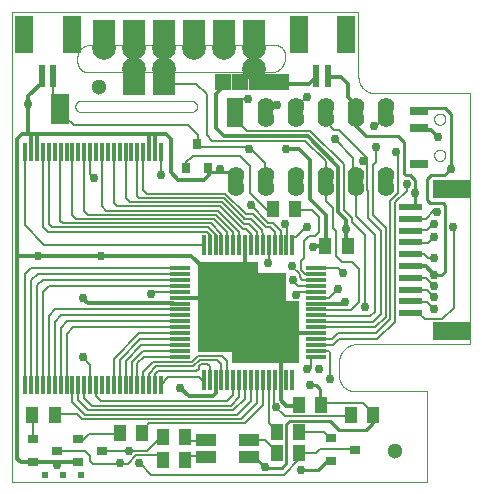
<source format=gtl>
G75*
%MOIN*%
%OFA0B0*%
%FSLAX25Y25*%
%IPPOS*%
%LPD*%
%AMOC8*
5,1,8,0,0,1.08239X$1,22.5*
%
%ADD10C,0.00394*%
%ADD11R,0.20079X0.29921*%
%ADD12R,0.07199X0.30701*%
%ADD13R,0.11424X0.30131*%
%ADD14R,0.13681X0.20523*%
%ADD15R,0.01984X0.02053*%
%ADD16R,0.01430X0.07041*%
%ADD17R,0.07041X0.01430*%
%ADD18R,0.01181X0.06443*%
%ADD19R,0.02361X0.02361*%
%ADD20R,0.05906X0.05906*%
%ADD21C,0.05118*%
%ADD22R,0.05512X0.05512*%
%ADD23C,0.05512*%
%ADD24R,0.04331X0.04331*%
%ADD25R,0.03500X0.03100*%
%ADD26R,0.04016X0.05512*%
%ADD27R,0.03100X0.03500*%
%ADD28R,0.06298X0.06298*%
%ADD29R,0.07480X0.07480*%
%ADD30R,0.06693X0.04134*%
%ADD31R,0.05906X0.02756*%
%ADD32C,0.00000*%
%ADD33C,0.07913*%
%ADD34C,0.00800*%
%ADD35C,0.00787*%
%ADD36C,0.01200*%
%ADD37C,0.02978*%
%ADD38C,0.01000*%
%ADD39C,0.00600*%
D10*
X0022784Y0008696D02*
X0160949Y0008696D01*
X0160949Y0038821D01*
X0136952Y0038821D01*
X0136810Y0038823D01*
X0136668Y0038829D01*
X0136526Y0038839D01*
X0136385Y0038852D01*
X0136244Y0038870D01*
X0136103Y0038891D01*
X0135963Y0038917D01*
X0135824Y0038946D01*
X0135686Y0038979D01*
X0135549Y0039016D01*
X0135413Y0039056D01*
X0135278Y0039100D01*
X0135144Y0039148D01*
X0135011Y0039200D01*
X0134880Y0039255D01*
X0134751Y0039314D01*
X0134623Y0039377D01*
X0134498Y0039443D01*
X0134373Y0039512D01*
X0134251Y0039585D01*
X0134131Y0039661D01*
X0134013Y0039740D01*
X0133898Y0039823D01*
X0133785Y0039908D01*
X0133674Y0039997D01*
X0133565Y0040089D01*
X0133459Y0040184D01*
X0133356Y0040282D01*
X0133256Y0040382D01*
X0133158Y0040485D01*
X0133063Y0040591D01*
X0132971Y0040700D01*
X0132882Y0040811D01*
X0132797Y0040924D01*
X0132714Y0041039D01*
X0132635Y0041157D01*
X0132559Y0041277D01*
X0132486Y0041400D01*
X0132417Y0041524D01*
X0132351Y0041649D01*
X0132288Y0041777D01*
X0132229Y0041906D01*
X0132174Y0042037D01*
X0132122Y0042170D01*
X0132074Y0042304D01*
X0132030Y0042439D01*
X0131990Y0042575D01*
X0131953Y0042712D01*
X0131920Y0042850D01*
X0131891Y0042989D01*
X0131865Y0043129D01*
X0131844Y0043270D01*
X0131826Y0043411D01*
X0131813Y0043552D01*
X0131803Y0043694D01*
X0131797Y0043836D01*
X0131795Y0043978D01*
X0131795Y0048540D01*
X0131797Y0048694D01*
X0131803Y0048848D01*
X0131813Y0049001D01*
X0131827Y0049154D01*
X0131844Y0049307D01*
X0131866Y0049459D01*
X0131892Y0049611D01*
X0131921Y0049762D01*
X0131955Y0049912D01*
X0131992Y0050062D01*
X0132033Y0050210D01*
X0132078Y0050357D01*
X0132127Y0050503D01*
X0132179Y0050648D01*
X0132235Y0050791D01*
X0132295Y0050933D01*
X0132358Y0051073D01*
X0132425Y0051211D01*
X0132496Y0051348D01*
X0132570Y0051483D01*
X0132648Y0051616D01*
X0132728Y0051747D01*
X0132813Y0051876D01*
X0132900Y0052002D01*
X0132991Y0052126D01*
X0133085Y0052248D01*
X0133182Y0052368D01*
X0133282Y0052484D01*
X0133385Y0052599D01*
X0133491Y0052710D01*
X0133600Y0052819D01*
X0133711Y0052925D01*
X0133826Y0053028D01*
X0133942Y0053128D01*
X0134062Y0053225D01*
X0134184Y0053319D01*
X0134308Y0053410D01*
X0134434Y0053497D01*
X0134563Y0053582D01*
X0134694Y0053662D01*
X0134827Y0053740D01*
X0134962Y0053814D01*
X0135099Y0053885D01*
X0135237Y0053952D01*
X0135377Y0054015D01*
X0135519Y0054075D01*
X0135662Y0054131D01*
X0135807Y0054183D01*
X0135953Y0054232D01*
X0136100Y0054277D01*
X0136248Y0054318D01*
X0136398Y0054355D01*
X0136548Y0054389D01*
X0136699Y0054418D01*
X0136851Y0054444D01*
X0137003Y0054466D01*
X0137156Y0054483D01*
X0137309Y0054497D01*
X0137462Y0054507D01*
X0137616Y0054513D01*
X0137770Y0054515D01*
X0137770Y0054516D02*
X0175455Y0054516D01*
X0175455Y0138091D01*
X0143886Y0138091D01*
X0143738Y0138093D01*
X0143590Y0138099D01*
X0143443Y0138108D01*
X0143296Y0138122D01*
X0143149Y0138139D01*
X0143002Y0138161D01*
X0142857Y0138186D01*
X0142712Y0138214D01*
X0142568Y0138247D01*
X0142424Y0138283D01*
X0142282Y0138324D01*
X0142141Y0138367D01*
X0142001Y0138415D01*
X0141862Y0138466D01*
X0141725Y0138521D01*
X0141589Y0138579D01*
X0141454Y0138641D01*
X0141322Y0138707D01*
X0141191Y0138775D01*
X0141062Y0138848D01*
X0140935Y0138923D01*
X0140810Y0139002D01*
X0140687Y0139084D01*
X0140566Y0139170D01*
X0140448Y0139258D01*
X0140332Y0139350D01*
X0140218Y0139444D01*
X0140107Y0139542D01*
X0139998Y0139642D01*
X0139892Y0139745D01*
X0139789Y0139851D01*
X0139689Y0139960D01*
X0139591Y0140071D01*
X0139497Y0140185D01*
X0139405Y0140301D01*
X0139317Y0140419D01*
X0139231Y0140540D01*
X0139149Y0140663D01*
X0139070Y0140788D01*
X0138995Y0140915D01*
X0138922Y0141044D01*
X0138854Y0141175D01*
X0138788Y0141307D01*
X0138726Y0141442D01*
X0138668Y0141578D01*
X0138613Y0141715D01*
X0138562Y0141854D01*
X0138514Y0141994D01*
X0138471Y0142135D01*
X0138430Y0142277D01*
X0138394Y0142421D01*
X0138361Y0142565D01*
X0138333Y0142710D01*
X0138308Y0142855D01*
X0138286Y0143002D01*
X0138269Y0143149D01*
X0138255Y0143296D01*
X0138246Y0143443D01*
X0138240Y0143591D01*
X0138238Y0143739D01*
X0138239Y0143739D02*
X0138239Y0165285D01*
X0022784Y0165285D01*
X0022784Y0008696D01*
X0045436Y0131992D02*
X0082738Y0131992D01*
X0082818Y0131994D01*
X0082897Y0132000D01*
X0082977Y0132009D01*
X0083055Y0132022D01*
X0083133Y0132039D01*
X0083210Y0132060D01*
X0083286Y0132084D01*
X0083361Y0132112D01*
X0083435Y0132144D01*
X0083506Y0132178D01*
X0083577Y0132217D01*
X0083645Y0132258D01*
X0083711Y0132303D01*
X0083775Y0132351D01*
X0083836Y0132402D01*
X0083895Y0132455D01*
X0083952Y0132512D01*
X0084005Y0132571D01*
X0084056Y0132632D01*
X0084104Y0132696D01*
X0084149Y0132762D01*
X0084190Y0132831D01*
X0084229Y0132901D01*
X0084263Y0132972D01*
X0084295Y0133046D01*
X0084323Y0133121D01*
X0084347Y0133197D01*
X0084368Y0133274D01*
X0084385Y0133352D01*
X0084398Y0133430D01*
X0084407Y0133510D01*
X0084413Y0133589D01*
X0084415Y0133669D01*
X0084413Y0133755D01*
X0084407Y0133841D01*
X0084398Y0133927D01*
X0084385Y0134013D01*
X0084368Y0134097D01*
X0084348Y0134181D01*
X0084323Y0134264D01*
X0084296Y0134346D01*
X0084264Y0134426D01*
X0084230Y0134505D01*
X0084191Y0134583D01*
X0084150Y0134659D01*
X0084105Y0134732D01*
X0084057Y0134804D01*
X0084006Y0134874D01*
X0083952Y0134941D01*
X0083895Y0135006D01*
X0083835Y0135068D01*
X0083773Y0135128D01*
X0083708Y0135185D01*
X0083641Y0135239D01*
X0083571Y0135290D01*
X0083499Y0135338D01*
X0083426Y0135383D01*
X0083350Y0135424D01*
X0083272Y0135463D01*
X0083193Y0135497D01*
X0083113Y0135529D01*
X0083031Y0135556D01*
X0082948Y0135581D01*
X0082864Y0135601D01*
X0082780Y0135618D01*
X0082694Y0135631D01*
X0082608Y0135640D01*
X0082522Y0135646D01*
X0082436Y0135648D01*
X0081529Y0135648D01*
X0081529Y0135647D01*
X0081528Y0135646D01*
X0081527Y0135646D01*
X0045655Y0135646D01*
X0045656Y0135646D02*
X0045573Y0135644D01*
X0045491Y0135638D01*
X0045409Y0135629D01*
X0045328Y0135616D01*
X0045247Y0135599D01*
X0045167Y0135578D01*
X0045088Y0135554D01*
X0045011Y0135526D01*
X0044934Y0135494D01*
X0044860Y0135459D01*
X0044787Y0135421D01*
X0044715Y0135379D01*
X0044646Y0135334D01*
X0044579Y0135286D01*
X0044515Y0135235D01*
X0044452Y0135180D01*
X0044393Y0135123D01*
X0044336Y0135064D01*
X0044281Y0135002D01*
X0044230Y0134937D01*
X0044182Y0134870D01*
X0044137Y0134801D01*
X0044095Y0134730D01*
X0044057Y0134657D01*
X0044022Y0134582D01*
X0043990Y0134506D01*
X0043962Y0134428D01*
X0043937Y0134350D01*
X0043917Y0134270D01*
X0043900Y0134189D01*
X0043886Y0134108D01*
X0043877Y0134026D01*
X0043871Y0133943D01*
X0043869Y0133861D01*
X0043869Y0133559D01*
X0043871Y0133482D01*
X0043877Y0133405D01*
X0043886Y0133329D01*
X0043899Y0133253D01*
X0043916Y0133178D01*
X0043936Y0133104D01*
X0043961Y0133031D01*
X0043988Y0132959D01*
X0044019Y0132889D01*
X0044054Y0132820D01*
X0044092Y0132753D01*
X0044133Y0132688D01*
X0044177Y0132626D01*
X0044225Y0132565D01*
X0044275Y0132507D01*
X0044328Y0132451D01*
X0044384Y0132398D01*
X0044442Y0132348D01*
X0044503Y0132300D01*
X0044565Y0132256D01*
X0044630Y0132215D01*
X0044697Y0132177D01*
X0044766Y0132142D01*
X0044836Y0132111D01*
X0044908Y0132084D01*
X0044981Y0132059D01*
X0045055Y0132039D01*
X0045130Y0132022D01*
X0045206Y0132009D01*
X0045282Y0132000D01*
X0045359Y0131994D01*
X0045436Y0131992D01*
X0048098Y0145156D02*
X0109088Y0145156D01*
X0109089Y0145156D02*
X0109224Y0145159D01*
X0109360Y0145165D01*
X0109495Y0145176D01*
X0109630Y0145190D01*
X0109764Y0145208D01*
X0109898Y0145230D01*
X0110031Y0145257D01*
X0110163Y0145286D01*
X0110294Y0145320D01*
X0110425Y0145358D01*
X0110554Y0145399D01*
X0110682Y0145444D01*
X0110808Y0145493D01*
X0110933Y0145545D01*
X0111057Y0145602D01*
X0111179Y0145661D01*
X0111299Y0145724D01*
X0111417Y0145791D01*
X0111533Y0145861D01*
X0111647Y0145934D01*
X0111759Y0146011D01*
X0111868Y0146091D01*
X0111976Y0146174D01*
X0112080Y0146260D01*
X0112183Y0146349D01*
X0112282Y0146441D01*
X0112379Y0146536D01*
X0112473Y0146634D01*
X0112564Y0146734D01*
X0112652Y0146837D01*
X0112738Y0146943D01*
X0112820Y0147051D01*
X0112899Y0147161D01*
X0112974Y0147273D01*
X0113047Y0147388D01*
X0113116Y0147505D01*
X0113181Y0147623D01*
X0113243Y0147744D01*
X0113302Y0147866D01*
X0113357Y0147990D01*
X0113408Y0148116D01*
X0113456Y0148243D01*
X0113500Y0148371D01*
X0113540Y0148501D01*
X0113576Y0148631D01*
X0113609Y0148763D01*
X0113638Y0148895D01*
X0113663Y0149029D01*
X0113684Y0149163D01*
X0113701Y0149297D01*
X0113714Y0149432D01*
X0113723Y0149567D01*
X0113729Y0149703D01*
X0113730Y0149839D01*
X0113729Y0149838D02*
X0113729Y0150957D01*
X0113727Y0151069D01*
X0113721Y0151180D01*
X0113712Y0151292D01*
X0113699Y0151403D01*
X0113681Y0151513D01*
X0113661Y0151623D01*
X0113636Y0151732D01*
X0113608Y0151840D01*
X0113576Y0151947D01*
X0113540Y0152053D01*
X0113501Y0152158D01*
X0113458Y0152261D01*
X0113412Y0152363D01*
X0113362Y0152463D01*
X0113309Y0152562D01*
X0113252Y0152658D01*
X0113193Y0152753D01*
X0113130Y0152845D01*
X0113064Y0152935D01*
X0112995Y0153023D01*
X0112923Y0153109D01*
X0112848Y0153192D01*
X0112770Y0153272D01*
X0112690Y0153350D01*
X0112607Y0153425D01*
X0112521Y0153497D01*
X0112433Y0153566D01*
X0112343Y0153632D01*
X0112251Y0153695D01*
X0112156Y0153754D01*
X0112060Y0153811D01*
X0111961Y0153864D01*
X0111861Y0153914D01*
X0111759Y0153960D01*
X0111656Y0154003D01*
X0111551Y0154042D01*
X0111445Y0154078D01*
X0111338Y0154110D01*
X0111230Y0154138D01*
X0111121Y0154163D01*
X0111011Y0154183D01*
X0110901Y0154201D01*
X0110790Y0154214D01*
X0110678Y0154223D01*
X0110567Y0154229D01*
X0110455Y0154231D01*
X0110455Y0154230D02*
X0048720Y0154230D01*
X0048592Y0154228D01*
X0048464Y0154222D01*
X0048337Y0154212D01*
X0048210Y0154199D01*
X0048083Y0154181D01*
X0047957Y0154159D01*
X0047831Y0154134D01*
X0047707Y0154105D01*
X0047583Y0154071D01*
X0047461Y0154035D01*
X0047339Y0153994D01*
X0047219Y0153949D01*
X0047101Y0153901D01*
X0046984Y0153850D01*
X0046868Y0153795D01*
X0046755Y0153736D01*
X0046643Y0153673D01*
X0046533Y0153608D01*
X0046425Y0153539D01*
X0046320Y0153466D01*
X0046217Y0153391D01*
X0046116Y0153312D01*
X0046017Y0153231D01*
X0045921Y0153146D01*
X0045828Y0153058D01*
X0045738Y0152968D01*
X0045650Y0152875D01*
X0045565Y0152779D01*
X0045484Y0152680D01*
X0045405Y0152579D01*
X0045330Y0152476D01*
X0045257Y0152371D01*
X0045188Y0152263D01*
X0045123Y0152153D01*
X0045060Y0152041D01*
X0045001Y0151928D01*
X0044946Y0151812D01*
X0044895Y0151695D01*
X0044847Y0151577D01*
X0044802Y0151457D01*
X0044761Y0151335D01*
X0044725Y0151213D01*
X0044691Y0151089D01*
X0044662Y0150965D01*
X0044637Y0150839D01*
X0044615Y0150713D01*
X0044597Y0150586D01*
X0044584Y0150459D01*
X0044574Y0150332D01*
X0044568Y0150204D01*
X0044566Y0150076D01*
X0044566Y0148688D01*
X0044568Y0148570D01*
X0044574Y0148452D01*
X0044584Y0148334D01*
X0044598Y0148217D01*
X0044615Y0148101D01*
X0044637Y0147984D01*
X0044662Y0147869D01*
X0044691Y0147755D01*
X0044725Y0147642D01*
X0044761Y0147529D01*
X0044802Y0147419D01*
X0044846Y0147309D01*
X0044894Y0147201D01*
X0044946Y0147095D01*
X0045001Y0146991D01*
X0045059Y0146888D01*
X0045121Y0146787D01*
X0045186Y0146689D01*
X0045254Y0146593D01*
X0045326Y0146499D01*
X0045401Y0146408D01*
X0045478Y0146319D01*
X0045559Y0146233D01*
X0045643Y0146149D01*
X0045729Y0146068D01*
X0045818Y0145991D01*
X0045909Y0145916D01*
X0046003Y0145844D01*
X0046099Y0145776D01*
X0046197Y0145711D01*
X0046298Y0145649D01*
X0046401Y0145591D01*
X0046505Y0145536D01*
X0046611Y0145484D01*
X0046719Y0145436D01*
X0046829Y0145392D01*
X0046939Y0145351D01*
X0047052Y0145315D01*
X0047165Y0145281D01*
X0047279Y0145252D01*
X0047394Y0145227D01*
X0047511Y0145205D01*
X0047627Y0145188D01*
X0047744Y0145174D01*
X0047862Y0145164D01*
X0047980Y0145158D01*
X0048098Y0145156D01*
D11*
X0094635Y0066964D03*
D12*
X0099783Y0063540D03*
D13*
X0108382Y0063256D03*
D14*
X0111759Y0058437D03*
D15*
X0045601Y0010894D03*
X0039897Y0010883D03*
X0033628Y0010886D03*
D16*
X0086686Y0042547D03*
X0088654Y0042547D03*
X0090623Y0042547D03*
X0092591Y0042547D03*
X0094560Y0042547D03*
X0096528Y0042547D03*
X0098497Y0042547D03*
X0100465Y0042547D03*
X0102434Y0042547D03*
X0104402Y0042547D03*
X0106371Y0042547D03*
X0108339Y0042547D03*
X0110308Y0042547D03*
X0112276Y0042547D03*
X0114245Y0042547D03*
X0116213Y0042547D03*
X0116213Y0087639D03*
X0114245Y0087639D03*
X0112276Y0087639D03*
X0110308Y0087639D03*
X0108339Y0087639D03*
X0106371Y0087639D03*
X0104402Y0087639D03*
X0102434Y0087639D03*
X0100465Y0087639D03*
X0098497Y0087639D03*
X0096528Y0087639D03*
X0094560Y0087639D03*
X0092591Y0087639D03*
X0090623Y0087639D03*
X0088654Y0087639D03*
X0086686Y0087639D03*
D17*
X0078904Y0079857D03*
X0078904Y0077888D03*
X0078904Y0075920D03*
X0078904Y0073951D03*
X0078904Y0071983D03*
X0078904Y0070014D03*
X0078904Y0068046D03*
X0078904Y0066077D03*
X0078904Y0064109D03*
X0078904Y0062140D03*
X0078904Y0060172D03*
X0078904Y0058203D03*
X0078904Y0056235D03*
X0078904Y0054266D03*
X0078904Y0052298D03*
X0078904Y0050329D03*
X0123995Y0050329D03*
X0123995Y0052298D03*
X0123995Y0054266D03*
X0123995Y0056235D03*
X0123995Y0058203D03*
X0123995Y0060172D03*
X0123995Y0062140D03*
X0123995Y0064109D03*
X0123995Y0066077D03*
X0123995Y0068046D03*
X0123995Y0070014D03*
X0123995Y0071983D03*
X0123995Y0073951D03*
X0123995Y0075920D03*
X0123995Y0077888D03*
X0123995Y0079857D03*
D18*
X0072426Y0118438D03*
X0070458Y0118438D03*
X0068489Y0118438D03*
X0066521Y0118438D03*
X0064552Y0118438D03*
X0062584Y0118438D03*
X0060615Y0118438D03*
X0058647Y0118438D03*
X0056678Y0118438D03*
X0054710Y0118438D03*
X0052741Y0118438D03*
X0050773Y0118438D03*
X0048804Y0118438D03*
X0046836Y0118438D03*
X0044867Y0118438D03*
X0042899Y0118438D03*
X0040930Y0118438D03*
X0038962Y0118438D03*
X0036993Y0118438D03*
X0035025Y0118438D03*
X0033056Y0118438D03*
X0031088Y0118438D03*
X0029119Y0118438D03*
X0027151Y0118438D03*
X0027151Y0040963D03*
X0029119Y0040963D03*
X0031088Y0040963D03*
X0033056Y0040963D03*
X0035025Y0040963D03*
X0036993Y0040963D03*
X0038962Y0040963D03*
X0040930Y0040963D03*
X0042899Y0040963D03*
X0044867Y0040963D03*
X0046836Y0040963D03*
X0048804Y0040963D03*
X0050773Y0040963D03*
X0052741Y0040963D03*
X0054710Y0040963D03*
X0056678Y0040963D03*
X0058647Y0040963D03*
X0060615Y0040963D03*
X0062584Y0040963D03*
X0064552Y0040963D03*
X0066521Y0040963D03*
X0068489Y0040963D03*
X0070458Y0040963D03*
X0072426Y0040963D03*
D19*
X0152763Y0064833D03*
X0154535Y0064833D03*
X0156306Y0064833D03*
X0158274Y0064833D03*
X0158282Y0068769D03*
X0156314Y0068769D03*
X0154543Y0068769D03*
X0152771Y0068769D03*
X0152763Y0072713D03*
X0154535Y0072713D03*
X0156306Y0072713D03*
X0158274Y0072713D03*
X0158278Y0076651D03*
X0156311Y0076651D03*
X0154539Y0076651D03*
X0152767Y0076651D03*
X0152763Y0080585D03*
X0154534Y0080585D03*
X0156306Y0080585D03*
X0158274Y0080585D03*
X0158278Y0084526D03*
X0156310Y0084526D03*
X0154538Y0084526D03*
X0152767Y0084526D03*
X0152775Y0088461D03*
X0154546Y0088461D03*
X0156318Y0088461D03*
X0158286Y0088461D03*
X0158278Y0092405D03*
X0156310Y0092405D03*
X0154538Y0092405D03*
X0152767Y0092405D03*
X0152771Y0096344D03*
X0154543Y0096344D03*
X0156314Y0096344D03*
X0158282Y0096344D03*
X0158277Y0100278D03*
X0156310Y0100278D03*
X0154538Y0100278D03*
X0152767Y0100278D03*
X0128080Y0141130D03*
X0128080Y0142901D03*
X0128080Y0144673D03*
X0128080Y0146640D03*
X0124145Y0146649D03*
X0124143Y0144681D03*
X0124143Y0142909D03*
X0124143Y0141138D03*
X0036545Y0141130D03*
X0036545Y0142901D03*
X0036545Y0144673D03*
X0036545Y0146640D03*
X0032609Y0146649D03*
X0032608Y0144681D03*
X0032608Y0142909D03*
X0032608Y0141138D03*
D20*
X0026796Y0154544D03*
X0026796Y0157496D03*
X0026796Y0160893D03*
X0042612Y0160889D03*
X0042612Y0157492D03*
X0042612Y0154539D03*
X0118332Y0154544D03*
X0118332Y0157496D03*
X0118332Y0160893D03*
X0134147Y0160889D03*
X0134147Y0157492D03*
X0134147Y0154539D03*
X0166173Y0106090D03*
X0169125Y0106090D03*
X0172522Y0106090D03*
X0172522Y0058766D03*
X0169125Y0058766D03*
X0166173Y0058766D03*
D21*
X0150359Y0018768D03*
X0051599Y0140399D03*
D22*
X0093257Y0141987D03*
X0098769Y0141987D03*
X0104280Y0141987D03*
X0109792Y0141987D03*
X0112548Y0141987D03*
X0097233Y0133973D03*
X0097233Y0129556D03*
D23*
X0107298Y0129474D03*
X0107298Y0133994D03*
X0117298Y0133994D03*
X0117298Y0129474D03*
X0127298Y0129474D03*
X0127298Y0133994D03*
X0137298Y0133994D03*
X0137298Y0129474D03*
X0147298Y0129474D03*
X0147298Y0133994D03*
X0147298Y0111041D03*
X0147298Y0106521D03*
X0137298Y0106521D03*
X0137298Y0111041D03*
X0127298Y0111041D03*
X0127298Y0106521D03*
X0117298Y0106521D03*
X0117298Y0111041D03*
X0107298Y0111041D03*
X0107298Y0106521D03*
X0097298Y0106521D03*
X0097298Y0111041D03*
D24*
X0096710Y0108800D03*
X0097889Y0108800D03*
X0106710Y0108800D03*
X0107889Y0108800D03*
X0116710Y0108800D03*
X0117889Y0108800D03*
X0126710Y0108800D03*
X0127889Y0108800D03*
X0136710Y0108800D03*
X0137889Y0108800D03*
X0146710Y0108800D03*
X0147889Y0108800D03*
X0147889Y0131753D03*
X0146710Y0131753D03*
X0137889Y0131753D03*
X0136710Y0131753D03*
X0127889Y0131753D03*
X0126710Y0131753D03*
X0117889Y0131753D03*
X0116710Y0131753D03*
X0107889Y0131753D03*
X0106710Y0131753D03*
D25*
X0129061Y0023161D03*
X0129061Y0015561D03*
X0137061Y0019361D03*
X0052794Y0018979D03*
X0044794Y0022779D03*
X0044794Y0015179D03*
X0037617Y0018979D03*
X0029617Y0022779D03*
X0029617Y0015179D03*
D26*
X0029527Y0031068D03*
X0036929Y0031068D03*
X0058635Y0024978D03*
X0066037Y0024978D03*
X0073166Y0023627D03*
X0080568Y0023627D03*
X0080568Y0015806D03*
X0073166Y0015806D03*
X0110995Y0018179D03*
X0110995Y0025115D03*
X0118396Y0025115D03*
X0118396Y0018179D03*
X0118320Y0034299D03*
X0125721Y0034299D03*
X0135817Y0030741D03*
X0143218Y0030741D03*
X0134646Y0087221D03*
X0127244Y0087221D03*
X0117058Y0099671D03*
X0109656Y0099671D03*
D27*
X0088222Y0113297D03*
X0080622Y0113297D03*
X0084422Y0121297D03*
D28*
X0038783Y0130867D03*
X0038783Y0134811D03*
D29*
X0063571Y0141221D03*
X0073571Y0141221D03*
X0073571Y0158153D03*
X0073571Y0158821D03*
X0063571Y0158821D03*
X0063571Y0158153D03*
X0053571Y0158153D03*
X0053571Y0158821D03*
X0083571Y0158821D03*
X0083571Y0158153D03*
X0093571Y0158153D03*
X0093571Y0158821D03*
X0103571Y0158821D03*
X0103571Y0158153D03*
D30*
X0101834Y0022483D03*
X0101834Y0016987D03*
X0087310Y0016987D03*
X0087310Y0022483D03*
D31*
X0158446Y0114638D03*
X0158446Y0126449D03*
X0158446Y0132354D03*
D32*
X0163466Y0129512D02*
X0163468Y0129598D01*
X0163474Y0129685D01*
X0163484Y0129770D01*
X0163498Y0129856D01*
X0163516Y0129940D01*
X0163537Y0130024D01*
X0163563Y0130106D01*
X0163592Y0130188D01*
X0163625Y0130267D01*
X0163662Y0130346D01*
X0163702Y0130422D01*
X0163746Y0130496D01*
X0163793Y0130569D01*
X0163844Y0130639D01*
X0163897Y0130707D01*
X0163954Y0130772D01*
X0164014Y0130834D01*
X0164076Y0130894D01*
X0164141Y0130951D01*
X0164209Y0131004D01*
X0164279Y0131055D01*
X0164352Y0131102D01*
X0164426Y0131146D01*
X0164502Y0131186D01*
X0164581Y0131223D01*
X0164660Y0131256D01*
X0164742Y0131285D01*
X0164824Y0131311D01*
X0164908Y0131332D01*
X0164992Y0131350D01*
X0165078Y0131364D01*
X0165163Y0131374D01*
X0165250Y0131380D01*
X0165336Y0131382D01*
X0165422Y0131380D01*
X0165509Y0131374D01*
X0165594Y0131364D01*
X0165680Y0131350D01*
X0165764Y0131332D01*
X0165848Y0131311D01*
X0165930Y0131285D01*
X0166012Y0131256D01*
X0166091Y0131223D01*
X0166170Y0131186D01*
X0166246Y0131146D01*
X0166320Y0131102D01*
X0166393Y0131055D01*
X0166463Y0131004D01*
X0166531Y0130951D01*
X0166596Y0130894D01*
X0166658Y0130834D01*
X0166718Y0130772D01*
X0166775Y0130707D01*
X0166828Y0130639D01*
X0166879Y0130569D01*
X0166926Y0130496D01*
X0166970Y0130422D01*
X0167010Y0130346D01*
X0167047Y0130267D01*
X0167080Y0130188D01*
X0167109Y0130106D01*
X0167135Y0130024D01*
X0167156Y0129940D01*
X0167174Y0129856D01*
X0167188Y0129770D01*
X0167198Y0129685D01*
X0167204Y0129598D01*
X0167206Y0129512D01*
X0167204Y0129426D01*
X0167198Y0129339D01*
X0167188Y0129254D01*
X0167174Y0129168D01*
X0167156Y0129084D01*
X0167135Y0129000D01*
X0167109Y0128918D01*
X0167080Y0128836D01*
X0167047Y0128757D01*
X0167010Y0128678D01*
X0166970Y0128602D01*
X0166926Y0128528D01*
X0166879Y0128455D01*
X0166828Y0128385D01*
X0166775Y0128317D01*
X0166718Y0128252D01*
X0166658Y0128190D01*
X0166596Y0128130D01*
X0166531Y0128073D01*
X0166463Y0128020D01*
X0166393Y0127969D01*
X0166320Y0127922D01*
X0166246Y0127878D01*
X0166170Y0127838D01*
X0166091Y0127801D01*
X0166012Y0127768D01*
X0165930Y0127739D01*
X0165848Y0127713D01*
X0165764Y0127692D01*
X0165680Y0127674D01*
X0165594Y0127660D01*
X0165509Y0127650D01*
X0165422Y0127644D01*
X0165336Y0127642D01*
X0165250Y0127644D01*
X0165163Y0127650D01*
X0165078Y0127660D01*
X0164992Y0127674D01*
X0164908Y0127692D01*
X0164824Y0127713D01*
X0164742Y0127739D01*
X0164660Y0127768D01*
X0164581Y0127801D01*
X0164502Y0127838D01*
X0164426Y0127878D01*
X0164352Y0127922D01*
X0164279Y0127969D01*
X0164209Y0128020D01*
X0164141Y0128073D01*
X0164076Y0128130D01*
X0164014Y0128190D01*
X0163954Y0128252D01*
X0163897Y0128317D01*
X0163844Y0128385D01*
X0163793Y0128455D01*
X0163746Y0128528D01*
X0163702Y0128602D01*
X0163662Y0128678D01*
X0163625Y0128757D01*
X0163592Y0128836D01*
X0163563Y0128918D01*
X0163537Y0129000D01*
X0163516Y0129084D01*
X0163498Y0129168D01*
X0163484Y0129254D01*
X0163474Y0129339D01*
X0163468Y0129426D01*
X0163466Y0129512D01*
X0163466Y0117480D02*
X0163468Y0117566D01*
X0163474Y0117653D01*
X0163484Y0117738D01*
X0163498Y0117824D01*
X0163516Y0117908D01*
X0163537Y0117992D01*
X0163563Y0118074D01*
X0163592Y0118156D01*
X0163625Y0118235D01*
X0163662Y0118314D01*
X0163702Y0118390D01*
X0163746Y0118464D01*
X0163793Y0118537D01*
X0163844Y0118607D01*
X0163897Y0118675D01*
X0163954Y0118740D01*
X0164014Y0118802D01*
X0164076Y0118862D01*
X0164141Y0118919D01*
X0164209Y0118972D01*
X0164279Y0119023D01*
X0164352Y0119070D01*
X0164426Y0119114D01*
X0164502Y0119154D01*
X0164581Y0119191D01*
X0164660Y0119224D01*
X0164742Y0119253D01*
X0164824Y0119279D01*
X0164908Y0119300D01*
X0164992Y0119318D01*
X0165078Y0119332D01*
X0165163Y0119342D01*
X0165250Y0119348D01*
X0165336Y0119350D01*
X0165422Y0119348D01*
X0165509Y0119342D01*
X0165594Y0119332D01*
X0165680Y0119318D01*
X0165764Y0119300D01*
X0165848Y0119279D01*
X0165930Y0119253D01*
X0166012Y0119224D01*
X0166091Y0119191D01*
X0166170Y0119154D01*
X0166246Y0119114D01*
X0166320Y0119070D01*
X0166393Y0119023D01*
X0166463Y0118972D01*
X0166531Y0118919D01*
X0166596Y0118862D01*
X0166658Y0118802D01*
X0166718Y0118740D01*
X0166775Y0118675D01*
X0166828Y0118607D01*
X0166879Y0118537D01*
X0166926Y0118464D01*
X0166970Y0118390D01*
X0167010Y0118314D01*
X0167047Y0118235D01*
X0167080Y0118156D01*
X0167109Y0118074D01*
X0167135Y0117992D01*
X0167156Y0117908D01*
X0167174Y0117824D01*
X0167188Y0117738D01*
X0167198Y0117653D01*
X0167204Y0117566D01*
X0167206Y0117480D01*
X0167204Y0117394D01*
X0167198Y0117307D01*
X0167188Y0117222D01*
X0167174Y0117136D01*
X0167156Y0117052D01*
X0167135Y0116968D01*
X0167109Y0116886D01*
X0167080Y0116804D01*
X0167047Y0116725D01*
X0167010Y0116646D01*
X0166970Y0116570D01*
X0166926Y0116496D01*
X0166879Y0116423D01*
X0166828Y0116353D01*
X0166775Y0116285D01*
X0166718Y0116220D01*
X0166658Y0116158D01*
X0166596Y0116098D01*
X0166531Y0116041D01*
X0166463Y0115988D01*
X0166393Y0115937D01*
X0166320Y0115890D01*
X0166246Y0115846D01*
X0166170Y0115806D01*
X0166091Y0115769D01*
X0166012Y0115736D01*
X0165930Y0115707D01*
X0165848Y0115681D01*
X0165764Y0115660D01*
X0165680Y0115642D01*
X0165594Y0115628D01*
X0165509Y0115618D01*
X0165422Y0115612D01*
X0165336Y0115610D01*
X0165250Y0115612D01*
X0165163Y0115618D01*
X0165078Y0115628D01*
X0164992Y0115642D01*
X0164908Y0115660D01*
X0164824Y0115681D01*
X0164742Y0115707D01*
X0164660Y0115736D01*
X0164581Y0115769D01*
X0164502Y0115806D01*
X0164426Y0115846D01*
X0164352Y0115890D01*
X0164279Y0115937D01*
X0164209Y0115988D01*
X0164141Y0116041D01*
X0164076Y0116098D01*
X0164014Y0116158D01*
X0163954Y0116220D01*
X0163897Y0116285D01*
X0163844Y0116353D01*
X0163793Y0116423D01*
X0163746Y0116496D01*
X0163702Y0116570D01*
X0163662Y0116646D01*
X0163625Y0116725D01*
X0163592Y0116804D01*
X0163563Y0116886D01*
X0163537Y0116968D01*
X0163516Y0117052D01*
X0163498Y0117136D01*
X0163484Y0117222D01*
X0163474Y0117307D01*
X0163468Y0117394D01*
X0163466Y0117480D01*
D33*
X0103574Y0146342D03*
X0103574Y0153137D03*
X0093574Y0153137D03*
X0083574Y0153137D03*
X0073574Y0153137D03*
X0073574Y0146342D03*
X0063574Y0146342D03*
X0063574Y0153137D03*
X0053574Y0153137D03*
D34*
X0102323Y0100819D02*
X0108225Y0094916D01*
X0109724Y0094916D01*
X0112276Y0092365D01*
X0112276Y0090470D01*
X0112247Y0090470D01*
X0077082Y0079856D02*
X0028984Y0079856D01*
X0027115Y0077988D01*
X0027115Y0043342D01*
X0029169Y0043131D02*
X0029169Y0075838D01*
X0031285Y0077953D01*
X0076921Y0077953D01*
X0076864Y0075949D02*
X0032973Y0075949D01*
X0031097Y0074073D01*
X0031097Y0043468D01*
X0033024Y0043449D02*
X0033024Y0071775D01*
X0035236Y0073987D01*
X0076746Y0073987D01*
X0076771Y0066106D02*
X0037036Y0066106D01*
X0034994Y0064064D01*
X0034994Y0043380D01*
X0036964Y0043472D02*
X0036964Y0061934D01*
X0039117Y0064087D01*
X0076554Y0064087D01*
X0076488Y0062141D02*
X0041093Y0062141D01*
X0038957Y0060004D01*
X0038957Y0043216D01*
X0040931Y0043330D02*
X0040931Y0057915D01*
X0043211Y0060195D01*
X0076369Y0060195D01*
X0076092Y0058215D02*
X0065107Y0058215D01*
X0056629Y0049737D01*
X0056629Y0043336D01*
X0058642Y0043336D02*
X0058642Y0049374D01*
X0065503Y0056235D01*
X0076026Y0056235D01*
X0076323Y0054289D02*
X0065866Y0054289D01*
X0060621Y0049044D01*
X0060621Y0043336D01*
X0062600Y0043798D02*
X0062600Y0048648D01*
X0066295Y0052343D01*
X0076290Y0052343D01*
X0076306Y0050290D02*
X0066740Y0050290D01*
X0064568Y0048118D01*
X0064568Y0043362D01*
X0072391Y0040980D02*
X0074884Y0043473D01*
X0085209Y0043473D01*
X0086235Y0042447D01*
X0085861Y0048034D02*
X0087774Y0048034D01*
D35*
X0088629Y0047179D01*
X0088629Y0045354D01*
X0085861Y0048034D02*
X0084983Y0047155D01*
X0084983Y0046356D01*
X0084186Y0045582D01*
X0071470Y0045582D01*
X0070444Y0044556D01*
X0070444Y0043530D01*
X0068507Y0043695D02*
X0068507Y0044684D01*
X0070922Y0047099D01*
X0083154Y0047099D01*
X0085411Y0049356D01*
X0091230Y0049356D01*
X0092576Y0048010D01*
X0092576Y0045318D01*
X0094515Y0045437D02*
X0094515Y0048960D01*
X0092892Y0050583D01*
X0084896Y0050583D01*
X0082837Y0048525D01*
X0069893Y0048525D01*
X0066528Y0045160D01*
X0066528Y0043536D01*
X0052275Y0035650D02*
X0094586Y0035650D01*
X0096574Y0037637D01*
X0096574Y0039617D01*
X0098588Y0039760D02*
X0098588Y0036954D01*
X0095646Y0034012D01*
X0049261Y0034012D01*
X0046866Y0036407D01*
X0046866Y0038596D01*
X0044754Y0038520D02*
X0044754Y0035814D01*
X0048086Y0032482D01*
X0096542Y0032482D01*
X0100453Y0036394D01*
X0100453Y0039814D01*
X0102425Y0040109D02*
X0102425Y0035548D01*
X0097902Y0031026D01*
X0047051Y0031026D01*
X0042855Y0035222D01*
X0042855Y0038587D01*
X0048793Y0042863D02*
X0048793Y0047575D01*
X0046259Y0050108D01*
X0050758Y0038652D02*
X0050758Y0037167D01*
X0052275Y0035650D01*
X0046061Y0029552D02*
X0099075Y0029552D01*
X0104444Y0034921D01*
X0104444Y0039767D01*
X0106455Y0040033D02*
X0106455Y0034286D01*
X0100298Y0028128D01*
X0068485Y0028128D01*
X0066980Y0026623D01*
X0071470Y0022721D02*
X0067764Y0019015D01*
X0061871Y0018958D01*
X0052714Y0019015D01*
X0048723Y0017134D02*
X0048723Y0015652D01*
X0049692Y0014683D01*
X0061436Y0014683D01*
X0064173Y0017419D01*
X0072325Y0017419D01*
X0069170Y0010886D02*
X0113320Y0010831D01*
X0118555Y0016089D01*
X0118584Y0018357D02*
X0124166Y0018357D01*
X0125274Y0019465D01*
X0136794Y0019465D01*
X0136834Y0019426D01*
X0127847Y0024176D02*
X0126660Y0025364D01*
X0118267Y0025364D01*
X0113706Y0030526D02*
X0135543Y0030503D01*
X0139644Y0035016D02*
X0141877Y0032783D01*
X0139644Y0035016D02*
X0125916Y0035016D01*
X0125726Y0034826D01*
X0125821Y0035253D02*
X0125488Y0035586D01*
X0128729Y0042905D02*
X0128729Y0051801D01*
X0128194Y0052335D01*
X0126629Y0052335D01*
X0126834Y0054194D02*
X0129651Y0054194D01*
X0131703Y0056246D01*
X0133055Y0056246D01*
X0132871Y0056245D02*
X0144513Y0056245D01*
X0150353Y0062051D01*
X0150349Y0101754D01*
X0154272Y0105696D01*
X0154272Y0107931D01*
X0151330Y0104757D02*
X0151330Y0117917D01*
X0150855Y0118392D01*
X0144131Y0120113D02*
X0144131Y0115269D01*
X0143228Y0114366D01*
X0143228Y0097452D01*
X0147415Y0093265D01*
X0147415Y0063686D01*
X0143910Y0060181D01*
X0126972Y0060181D01*
X0126340Y0062037D02*
X0143152Y0062037D01*
X0145842Y0064727D01*
X0145842Y0092166D01*
X0141507Y0096501D01*
X0141507Y0105470D01*
X0141211Y0105765D01*
X0141211Y0116509D01*
X0131753Y0125967D01*
X0130177Y0125967D01*
X0127319Y0128825D01*
X0122112Y0125698D02*
X0100930Y0125698D01*
X0099157Y0127473D01*
X0101602Y0120278D02*
X0085510Y0120278D01*
X0084607Y0121755D02*
X0084607Y0124219D01*
X0081405Y0127421D01*
X0043474Y0127421D01*
X0040518Y0130376D01*
X0038844Y0135231D02*
X0036479Y0137596D01*
X0036479Y0142129D01*
X0032962Y0116521D02*
X0032962Y0093689D01*
X0034637Y0092014D01*
X0087678Y0091991D01*
X0088715Y0090929D01*
X0088731Y0089662D01*
X0090652Y0089502D02*
X0090652Y0091019D01*
X0088257Y0093413D01*
X0036125Y0093413D01*
X0034962Y0094576D01*
X0034962Y0115639D01*
X0038849Y0116082D02*
X0038849Y0095729D01*
X0039761Y0094817D01*
X0089074Y0094817D01*
X0092551Y0091339D01*
X0092551Y0089743D01*
X0094490Y0089686D02*
X0094490Y0091852D01*
X0090100Y0096242D01*
X0044094Y0096242D01*
X0042840Y0097496D01*
X0042840Y0115511D01*
X0046831Y0115511D02*
X0046831Y0099066D01*
X0048256Y0097640D01*
X0090784Y0097640D01*
X0096485Y0091939D01*
X0096485Y0089629D01*
X0098423Y0089401D02*
X0098423Y0092031D01*
X0091411Y0099043D01*
X0054071Y0099043D01*
X0052645Y0100469D01*
X0052645Y0115683D01*
X0048723Y0115819D02*
X0048723Y0111373D01*
X0049977Y0110118D01*
X0056609Y0115683D02*
X0056609Y0101644D01*
X0057806Y0100446D01*
X0092095Y0100446D01*
X0099592Y0092990D01*
X0099604Y0092940D02*
X0100744Y0092940D01*
X0102387Y0091296D01*
X0102387Y0090766D01*
X0104416Y0090620D02*
X0104416Y0091972D01*
X0101844Y0094544D01*
X0100054Y0094544D01*
X0099776Y0094823D01*
X0099763Y0094784D02*
X0092701Y0101867D01*
X0061995Y0101867D01*
X0060627Y0103235D01*
X0060627Y0115740D01*
X0064583Y0115587D02*
X0064583Y0103960D01*
X0065256Y0103287D01*
X0093259Y0103287D01*
X0100121Y0096464D01*
X0100147Y0096400D02*
X0102320Y0096400D01*
X0106244Y0092476D01*
X0106263Y0090600D01*
X0107465Y0093448D02*
X0103117Y0097796D01*
X0100731Y0097815D01*
X0093842Y0104704D01*
X0067676Y0104704D01*
X0066528Y0105852D01*
X0066528Y0115749D01*
X0072496Y0116047D02*
X0072496Y0111031D01*
X0072382Y0110916D01*
X0080526Y0113381D02*
X0080526Y0114749D01*
X0082989Y0117212D01*
X0098656Y0117212D01*
X0102077Y0113791D01*
X0102077Y0104759D01*
X0107755Y0099081D01*
X0107465Y0093448D02*
X0108853Y0093448D01*
X0110354Y0091946D01*
X0110345Y0090551D01*
X0108371Y0085027D02*
X0108371Y0081860D01*
X0108094Y0081583D01*
X0115827Y0080604D02*
X0118669Y0077753D01*
X0118669Y0076791D01*
X0119576Y0075884D01*
X0121141Y0075884D01*
X0121389Y0073932D02*
X0118255Y0073932D01*
X0116385Y0075801D01*
X0118557Y0071980D02*
X0121334Y0071980D01*
X0118557Y0071980D02*
X0117623Y0071045D01*
X0120524Y0077861D02*
X0119099Y0079286D01*
X0119099Y0082167D01*
X0120215Y0083284D01*
X0120215Y0089032D01*
X0121688Y0090505D01*
X0123635Y0090505D01*
X0125013Y0091883D01*
X0125013Y0096824D01*
X0122733Y0099104D01*
X0116082Y0099104D01*
X0127509Y0102397D02*
X0129871Y0100035D01*
X0129871Y0093342D01*
X0130913Y0092300D01*
X0130913Y0083823D01*
X0132719Y0082016D01*
X0136035Y0082016D01*
X0138369Y0079682D01*
X0138369Y0068715D01*
X0135723Y0066069D01*
X0126447Y0066069D01*
X0126531Y0063981D02*
X0142242Y0063981D01*
X0143650Y0065389D01*
X0143650Y0090980D01*
X0137467Y0097163D01*
X0137467Y0107046D01*
X0137369Y0110693D02*
X0136580Y0111481D01*
X0136580Y0116689D01*
X0130296Y0122974D01*
X0127319Y0115423D02*
X0127319Y0112171D01*
X0127319Y0115423D02*
X0120421Y0122321D01*
X0089584Y0122321D01*
X0087614Y0124292D01*
X0087614Y0137793D01*
X0084165Y0141242D01*
X0075101Y0141242D01*
X0098474Y0136099D02*
X0098593Y0136218D01*
X0101522Y0136218D01*
X0108688Y0133723D02*
X0110984Y0133723D01*
X0111023Y0133763D01*
X0118624Y0134634D02*
X0120730Y0136920D01*
X0121324Y0136920D01*
X0122112Y0125698D02*
X0133376Y0114491D01*
X0133376Y0099341D01*
X0136167Y0096549D01*
X0136167Y0095318D01*
X0140437Y0091048D01*
X0140437Y0066909D01*
X0148828Y0062856D02*
X0144157Y0058185D01*
X0132871Y0058185D01*
X0132960Y0058187D02*
X0131353Y0058187D01*
X0129412Y0056246D01*
X0126962Y0056246D01*
X0122506Y0050197D02*
X0122506Y0046570D01*
X0122033Y0046098D01*
X0121209Y0046098D01*
X0110239Y0039957D02*
X0110239Y0033970D01*
X0113706Y0030526D01*
X0110186Y0026413D02*
X0108292Y0028307D01*
X0108292Y0039767D01*
X0107002Y0022654D02*
X0102624Y0022654D01*
X0107002Y0022654D02*
X0109466Y0020191D01*
X0085460Y0022222D02*
X0081502Y0022222D01*
X0081898Y0017142D02*
X0085526Y0017142D01*
X0069170Y0010886D02*
X0065270Y0014786D01*
X0058016Y0024659D02*
X0048438Y0024659D01*
X0046329Y0022550D01*
X0045303Y0022550D01*
X0047013Y0018844D02*
X0048723Y0017134D01*
X0047013Y0018844D02*
X0037607Y0018844D01*
X0029625Y0022607D02*
X0029625Y0030190D01*
X0037416Y0031215D02*
X0044399Y0031215D01*
X0046061Y0029552D01*
X0069303Y0071351D02*
X0069930Y0071978D01*
X0076600Y0071978D01*
X0086478Y0087723D02*
X0033526Y0087723D01*
X0027163Y0094086D01*
X0027163Y0116323D01*
X0088303Y0112565D02*
X0089092Y0111777D01*
X0101602Y0120278D02*
X0107103Y0114777D01*
X0107103Y0111328D01*
X0127509Y0106334D02*
X0127509Y0102397D01*
X0139834Y0115635D02*
X0140631Y0116432D01*
X0141181Y0116432D01*
X0143326Y0127151D02*
X0143959Y0127151D01*
X0145464Y0128656D01*
X0151330Y0104757D02*
X0148828Y0102255D01*
X0148828Y0062856D01*
X0158245Y0064870D02*
X0160298Y0062818D01*
X0166181Y0062818D01*
X0169944Y0066581D01*
X0169944Y0093812D01*
X0163257Y0094681D02*
X0161052Y0092476D01*
X0157902Y0092476D01*
X0157272Y0096256D02*
X0160737Y0096256D01*
X0163572Y0099090D01*
X0157154Y0100370D02*
X0156983Y0100541D01*
X0163257Y0090271D02*
X0161367Y0088382D01*
X0158217Y0088382D01*
X0158217Y0084602D02*
X0160107Y0084602D01*
X0161502Y0083207D01*
X0163240Y0083207D01*
X0160776Y0076570D02*
X0158245Y0076570D01*
X0160776Y0076570D02*
X0163513Y0073833D01*
X0160982Y0072602D02*
X0163513Y0070070D01*
X0161187Y0068633D02*
X0163582Y0066239D01*
X0163513Y0066239D01*
X0161187Y0068633D02*
X0158108Y0068633D01*
X0158245Y0072602D02*
X0160982Y0072602D01*
X0133069Y0078212D02*
X0131427Y0079854D01*
X0126227Y0079854D01*
X0121078Y0077861D02*
X0120524Y0077861D01*
X0125748Y0070002D02*
X0128485Y0070002D01*
X0131358Y0072875D01*
D36*
X0133786Y0068489D02*
X0133346Y0068049D01*
X0125759Y0068049D01*
X0121703Y0058232D02*
X0115765Y0058232D01*
X0112330Y0049428D02*
X0112330Y0044915D01*
X0112329Y0039767D02*
X0112329Y0035918D01*
X0114230Y0034018D01*
X0118172Y0034018D01*
X0090668Y0038151D02*
X0090668Y0039339D01*
X0090668Y0038151D02*
X0089765Y0037249D01*
X0081642Y0037249D01*
X0078887Y0040004D01*
X0076429Y0068102D02*
X0047989Y0068102D01*
X0046449Y0069641D01*
X0024563Y0083891D02*
X0082578Y0083891D01*
X0086341Y0080128D01*
X0086638Y0070022D02*
X0081135Y0070022D01*
X0100544Y0079732D02*
X0100544Y0085205D01*
X0122984Y0086943D02*
X0123181Y0087140D01*
X0126827Y0087140D01*
X0127319Y0087337D02*
X0127319Y0097685D01*
X0122196Y0102808D01*
X0122151Y0115849D01*
X0118406Y0119504D01*
X0114235Y0119504D01*
X0121339Y0123947D02*
X0093514Y0124029D01*
X0090888Y0126655D01*
X0090888Y0137901D01*
X0092900Y0139913D01*
X0075692Y0123011D02*
X0075692Y0111776D01*
X0078120Y0109348D01*
X0078352Y0109313D01*
X0086727Y0109313D01*
X0088303Y0110890D01*
X0088303Y0112565D01*
X0075692Y0123011D02*
X0074214Y0124489D01*
X0026134Y0124489D01*
X0024558Y0122913D01*
X0024558Y0016292D01*
X0025720Y0015130D01*
X0029547Y0015130D01*
X0029682Y0015139D02*
X0044733Y0015139D01*
X0131512Y0098722D02*
X0131529Y0113707D01*
X0121339Y0123947D01*
X0134772Y0136781D02*
X0134772Y0141379D01*
X0132555Y0143595D01*
X0128450Y0143595D01*
X0128368Y0143513D01*
X0124180Y0143678D02*
X0121799Y0141296D01*
X0113179Y0141296D01*
X0134772Y0136781D02*
X0137399Y0134153D01*
X0160784Y0125803D02*
X0162446Y0125803D01*
X0164821Y0123428D01*
X0134249Y0095985D02*
X0131512Y0098722D01*
X0134249Y0095985D02*
X0134249Y0088938D01*
X0158314Y0080470D02*
X0160639Y0080470D01*
X0163513Y0077596D01*
X0070457Y0121094D02*
X0070457Y0124261D01*
X0068488Y0124261D02*
X0068488Y0121094D01*
X0032704Y0141707D02*
X0028257Y0137260D01*
X0028257Y0124807D01*
X0029118Y0124261D02*
X0029118Y0121094D01*
X0031087Y0121094D02*
X0031087Y0124261D01*
D37*
X0028189Y0134660D03*
X0049977Y0110061D03*
X0072391Y0111059D03*
X0092146Y0112762D03*
X0101842Y0119647D03*
X0114136Y0119504D03*
X0110952Y0134111D03*
X0101506Y0136216D03*
X0121241Y0136920D03*
X0130276Y0123010D03*
X0139832Y0115620D03*
X0144044Y0120114D03*
X0150737Y0118539D03*
X0143280Y0127150D03*
X0154280Y0107909D03*
X0156996Y0104833D03*
X0164328Y0098684D03*
X0163343Y0094661D03*
X0163343Y0090309D03*
X0163335Y0083263D03*
X0163572Y0077673D03*
X0163572Y0073893D03*
X0163572Y0070114D03*
X0163572Y0066334D03*
X0140423Y0066938D03*
X0133808Y0068539D03*
X0131446Y0072870D03*
X0133021Y0078382D03*
X0122949Y0087025D03*
X0115968Y0080731D03*
X0116306Y0075886D03*
X0117529Y0071014D03*
X0108054Y0081526D03*
X0098550Y0077877D03*
X0087891Y0078814D03*
X0069241Y0071295D03*
X0052312Y0083893D03*
X0046274Y0069896D03*
X0031446Y0083893D03*
X0046266Y0050160D03*
X0078844Y0040034D03*
X0087022Y0055408D03*
X0099634Y0050480D03*
X0110857Y0033496D03*
X0122163Y0040859D03*
X0121209Y0046098D03*
X0125202Y0046262D03*
X0128690Y0042948D03*
X0106934Y0013418D03*
X0119092Y0012605D03*
X0065256Y0014854D03*
X0061871Y0018958D03*
X0058757Y0014740D03*
X0037785Y0014313D03*
X0113657Y0094594D03*
X0121008Y0093729D03*
X0134132Y0093019D03*
X0102312Y0100822D03*
X0164759Y0123504D03*
X0168995Y0112861D03*
X0169871Y0093736D03*
D38*
X0167155Y0100830D02*
X0167155Y0078713D01*
X0165854Y0077412D01*
X0163726Y0077412D01*
X0167155Y0100830D02*
X0166327Y0101658D01*
X0161952Y0101658D01*
X0161006Y0102604D01*
X0161006Y0109464D01*
X0162307Y0110765D01*
X0166918Y0110765D01*
X0169046Y0112894D01*
X0169144Y0112976D02*
X0169144Y0131172D01*
X0167248Y0133141D01*
X0160265Y0133141D01*
X0151310Y0123775D02*
X0140906Y0123775D01*
X0137122Y0127559D01*
X0151310Y0123775D02*
X0153277Y0121808D01*
X0153277Y0111430D01*
X0153847Y0110859D01*
X0155443Y0110859D01*
X0156983Y0109320D01*
X0156983Y0100541D01*
X0098254Y0111777D02*
X0089092Y0111777D01*
X0122115Y0040859D02*
X0124110Y0040859D01*
X0125488Y0039482D01*
X0125488Y0035586D01*
X0128599Y0029006D02*
X0131767Y0025839D01*
X0140634Y0025839D01*
X0143088Y0028294D01*
X0128599Y0029006D02*
X0115338Y0029006D01*
X0114230Y0027898D01*
X0114230Y0014754D01*
X0112686Y0013210D01*
X0107302Y0013210D01*
X0104214Y0016298D01*
X0119171Y0012468D02*
X0124759Y0012537D01*
X0128006Y0015783D01*
D39*
X0117403Y0090158D02*
X0116431Y0090158D01*
X0117403Y0090158D02*
X0121016Y0093771D01*
X0114277Y0093910D02*
X0114277Y0090470D01*
X0114277Y0093910D02*
X0113687Y0094500D01*
M02*

</source>
